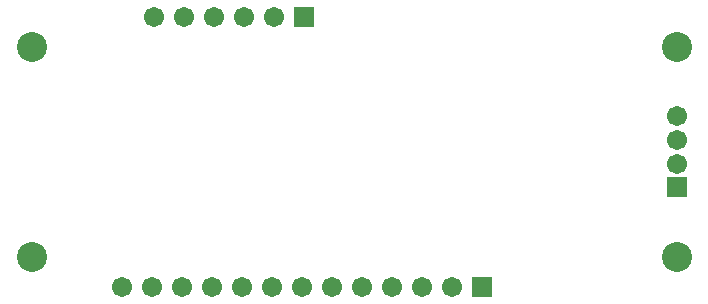
<source format=gbr>
G04 DipTrace 2.4.0.2*
%INBottomMask.gbr*%
%MOIN*%
%ADD36C,0.1*%
%ADD67C,0.0671*%
%ADD69R,0.067X0.067*%
%FSLAX44Y44*%
G04*
G70*
G90*
G75*
G01*
%LNBotMask*%
%LPD*%
D69*
X26690Y7759D3*
D67*
Y8546D3*
Y9334D3*
Y10121D3*
D69*
X20185Y4445D3*
D67*
X19185D3*
X18185D3*
X17185D3*
X16185D3*
X15185D3*
X14185D3*
X13185D3*
X12185D3*
X11185D3*
X10185D3*
X9185D3*
D69*
X14255Y13445D3*
D67*
X13255D3*
X12255D3*
X11255D3*
X10255D3*
X9255D3*
X8180Y4450D3*
D36*
X26685Y12445D3*
Y5445D3*
X5190Y12440D3*
Y5440D3*
M02*

</source>
